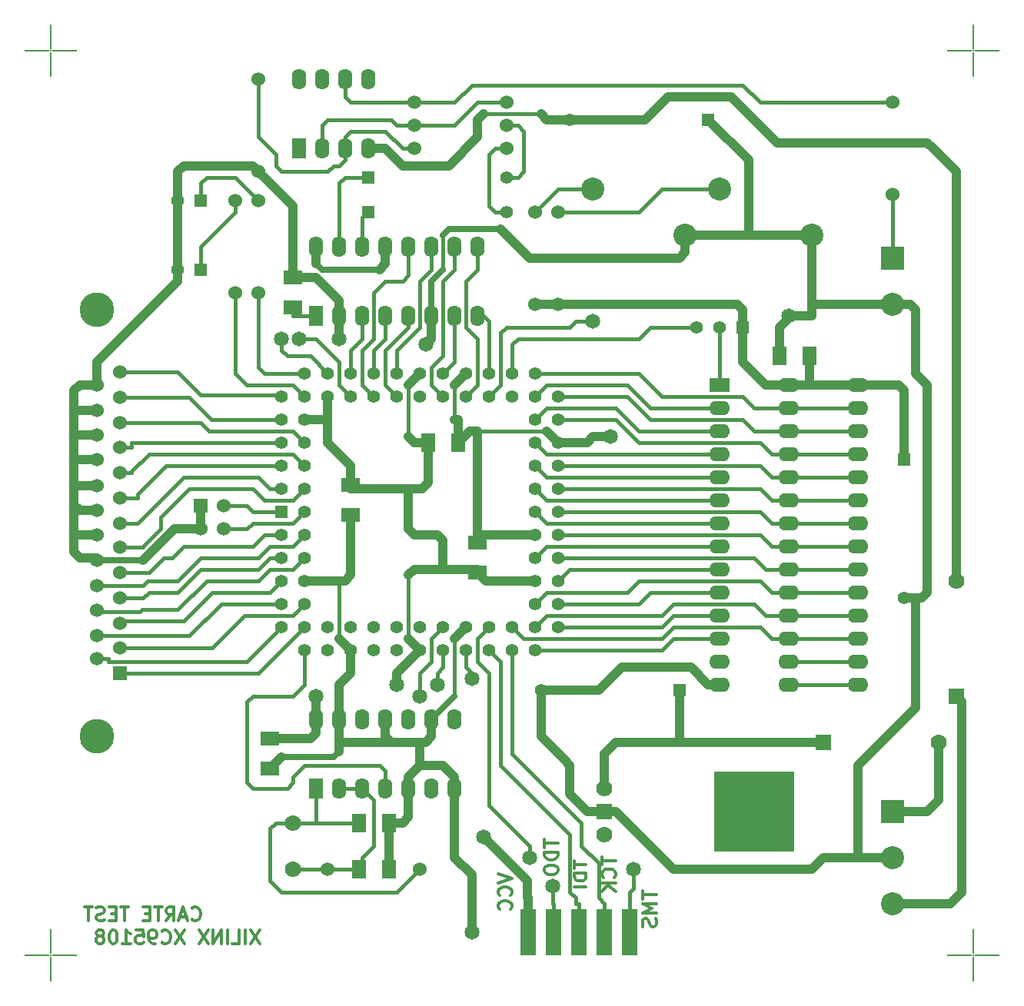
<source format=gbl>
G04 (created by PCBNEW-RS274X (2012-apr-16-27)-stable) date Втр 01 Янв 2013 22:40:23*
G01*
G70*
G90*
%MOIN*%
G04 Gerber Fmt 3.4, Leading zero omitted, Abs format*
%FSLAX34Y34*%
G04 APERTURE LIST*
%ADD10C,0.006000*%
%ADD11C,0.012000*%
%ADD12R,0.090000X0.062000*%
%ADD13O,0.090000X0.062000*%
%ADD14R,0.110000X0.010000*%
%ADD15R,0.010000X0.110000*%
%ADD16C,0.010000*%
%ADD17R,0.090000X0.010000*%
%ADD18R,0.070000X0.200000*%
%ADD19R,0.100000X0.100000*%
%ADD20C,0.100000*%
%ADD21C,0.060000*%
%ADD22C,0.070000*%
%ADD23R,0.070000X0.070000*%
%ADD24R,0.055000X0.055000*%
%ADD25C,0.055000*%
%ADD26R,0.062000X0.090000*%
%ADD27O,0.062000X0.090000*%
%ADD28R,0.060000X0.060000*%
%ADD29R,0.060000X0.080000*%
%ADD30R,0.080000X0.060000*%
%ADD31R,0.350000X0.350000*%
%ADD32C,0.150000*%
%ADD33C,0.065000*%
%ADD34C,0.040000*%
%ADD35C,0.017000*%
%ADD36C,0.025000*%
G04 APERTURE END LIST*
G54D10*
G54D11*
X46320Y-52393D02*
X45920Y-52993D01*
X45920Y-52393D02*
X46320Y-52993D01*
X45692Y-52993D02*
X45692Y-52393D01*
X45120Y-52993D02*
X45406Y-52993D01*
X45406Y-52393D01*
X44920Y-52993D02*
X44920Y-52393D01*
X44634Y-52993D02*
X44634Y-52393D01*
X44291Y-52993D01*
X44291Y-52393D01*
X44062Y-52393D02*
X43662Y-52993D01*
X43662Y-52393D02*
X44062Y-52993D01*
X43034Y-52393D02*
X42634Y-52993D01*
X42634Y-52393D02*
X43034Y-52993D01*
X42063Y-52936D02*
X42092Y-52964D01*
X42178Y-52993D01*
X42235Y-52993D01*
X42320Y-52964D01*
X42378Y-52907D01*
X42406Y-52850D01*
X42435Y-52736D01*
X42435Y-52650D01*
X42406Y-52536D01*
X42378Y-52479D01*
X42320Y-52421D01*
X42235Y-52393D01*
X42178Y-52393D01*
X42092Y-52421D01*
X42063Y-52450D01*
X41778Y-52993D02*
X41663Y-52993D01*
X41606Y-52964D01*
X41578Y-52936D01*
X41520Y-52850D01*
X41492Y-52736D01*
X41492Y-52507D01*
X41520Y-52450D01*
X41549Y-52421D01*
X41606Y-52393D01*
X41720Y-52393D01*
X41778Y-52421D01*
X41806Y-52450D01*
X41835Y-52507D01*
X41835Y-52650D01*
X41806Y-52707D01*
X41778Y-52736D01*
X41720Y-52764D01*
X41606Y-52764D01*
X41549Y-52736D01*
X41520Y-52707D01*
X41492Y-52650D01*
X40949Y-52393D02*
X41235Y-52393D01*
X41264Y-52679D01*
X41235Y-52650D01*
X41178Y-52621D01*
X41035Y-52621D01*
X40978Y-52650D01*
X40949Y-52679D01*
X40921Y-52736D01*
X40921Y-52879D01*
X40949Y-52936D01*
X40978Y-52964D01*
X41035Y-52993D01*
X41178Y-52993D01*
X41235Y-52964D01*
X41264Y-52936D01*
X40350Y-52993D02*
X40693Y-52993D01*
X40521Y-52993D02*
X40521Y-52393D01*
X40578Y-52479D01*
X40636Y-52536D01*
X40693Y-52564D01*
X39979Y-52393D02*
X39922Y-52393D01*
X39865Y-52421D01*
X39836Y-52450D01*
X39807Y-52507D01*
X39779Y-52621D01*
X39779Y-52764D01*
X39807Y-52879D01*
X39836Y-52936D01*
X39865Y-52964D01*
X39922Y-52993D01*
X39979Y-52993D01*
X40036Y-52964D01*
X40065Y-52936D01*
X40093Y-52879D01*
X40122Y-52764D01*
X40122Y-52621D01*
X40093Y-52507D01*
X40065Y-52450D01*
X40036Y-52421D01*
X39979Y-52393D01*
X39436Y-52650D02*
X39494Y-52621D01*
X39522Y-52593D01*
X39551Y-52536D01*
X39551Y-52507D01*
X39522Y-52450D01*
X39494Y-52421D01*
X39436Y-52393D01*
X39322Y-52393D01*
X39265Y-52421D01*
X39236Y-52450D01*
X39208Y-52507D01*
X39208Y-52536D01*
X39236Y-52593D01*
X39265Y-52621D01*
X39322Y-52650D01*
X39436Y-52650D01*
X39494Y-52679D01*
X39522Y-52707D01*
X39551Y-52764D01*
X39551Y-52879D01*
X39522Y-52936D01*
X39494Y-52964D01*
X39436Y-52993D01*
X39322Y-52993D01*
X39265Y-52964D01*
X39236Y-52936D01*
X39208Y-52879D01*
X39208Y-52764D01*
X39236Y-52707D01*
X39265Y-52679D01*
X39322Y-52650D01*
X62893Y-50700D02*
X62893Y-51043D01*
X63493Y-50872D02*
X62893Y-50872D01*
X63493Y-51243D02*
X62893Y-51243D01*
X63321Y-51443D01*
X62893Y-51643D01*
X63493Y-51643D01*
X63464Y-51900D02*
X63493Y-51986D01*
X63493Y-52129D01*
X63464Y-52186D01*
X63436Y-52215D01*
X63379Y-52243D01*
X63321Y-52243D01*
X63264Y-52215D01*
X63236Y-52186D01*
X63207Y-52129D01*
X63179Y-52015D01*
X63150Y-51957D01*
X63121Y-51929D01*
X63064Y-51900D01*
X63007Y-51900D01*
X62950Y-51929D01*
X62921Y-51957D01*
X62893Y-52015D01*
X62893Y-52157D01*
X62921Y-52243D01*
X61143Y-49229D02*
X61143Y-49572D01*
X61743Y-49401D02*
X61143Y-49401D01*
X61686Y-50115D02*
X61714Y-50086D01*
X61743Y-50000D01*
X61743Y-49943D01*
X61714Y-49858D01*
X61657Y-49800D01*
X61600Y-49772D01*
X61486Y-49743D01*
X61400Y-49743D01*
X61286Y-49772D01*
X61229Y-49800D01*
X61171Y-49858D01*
X61143Y-49943D01*
X61143Y-50000D01*
X61171Y-50086D01*
X61200Y-50115D01*
X61743Y-50372D02*
X61143Y-50372D01*
X61743Y-50715D02*
X61400Y-50458D01*
X61143Y-50715D02*
X61486Y-50372D01*
X59952Y-49386D02*
X59952Y-49729D01*
X60452Y-49558D02*
X59952Y-49558D01*
X60452Y-49929D02*
X59952Y-49929D01*
X59952Y-50072D01*
X59976Y-50157D01*
X60024Y-50215D01*
X60071Y-50243D01*
X60167Y-50272D01*
X60238Y-50272D01*
X60333Y-50243D01*
X60381Y-50215D01*
X60429Y-50157D01*
X60452Y-50072D01*
X60452Y-49929D01*
X60452Y-50529D02*
X59952Y-50529D01*
X58643Y-48464D02*
X58643Y-48807D01*
X59243Y-48636D02*
X58643Y-48636D01*
X59243Y-49007D02*
X58643Y-49007D01*
X58643Y-49150D01*
X58671Y-49235D01*
X58729Y-49293D01*
X58786Y-49321D01*
X58900Y-49350D01*
X58986Y-49350D01*
X59100Y-49321D01*
X59157Y-49293D01*
X59214Y-49235D01*
X59243Y-49150D01*
X59243Y-49007D01*
X58643Y-49721D02*
X58643Y-49835D01*
X58671Y-49893D01*
X58729Y-49950D01*
X58843Y-49978D01*
X59043Y-49978D01*
X59157Y-49950D01*
X59214Y-49893D01*
X59243Y-49835D01*
X59243Y-49721D01*
X59214Y-49664D01*
X59157Y-49607D01*
X59043Y-49578D01*
X58843Y-49578D01*
X58729Y-49607D01*
X58671Y-49664D01*
X58643Y-49721D01*
X56643Y-49950D02*
X57243Y-50150D01*
X56643Y-50350D01*
X57186Y-50893D02*
X57214Y-50864D01*
X57243Y-50778D01*
X57243Y-50721D01*
X57214Y-50636D01*
X57157Y-50578D01*
X57100Y-50550D01*
X56986Y-50521D01*
X56900Y-50521D01*
X56786Y-50550D01*
X56729Y-50578D01*
X56671Y-50636D01*
X56643Y-50721D01*
X56643Y-50778D01*
X56671Y-50864D01*
X56700Y-50893D01*
X57186Y-51493D02*
X57214Y-51464D01*
X57243Y-51378D01*
X57243Y-51321D01*
X57214Y-51236D01*
X57157Y-51178D01*
X57100Y-51150D01*
X56986Y-51121D01*
X56900Y-51121D01*
X56786Y-51150D01*
X56729Y-51178D01*
X56671Y-51236D01*
X56643Y-51321D01*
X56643Y-51378D01*
X56671Y-51464D01*
X56700Y-51493D01*
X43363Y-51936D02*
X43392Y-51964D01*
X43478Y-51993D01*
X43535Y-51993D01*
X43620Y-51964D01*
X43678Y-51907D01*
X43706Y-51850D01*
X43735Y-51736D01*
X43735Y-51650D01*
X43706Y-51536D01*
X43678Y-51479D01*
X43620Y-51421D01*
X43535Y-51393D01*
X43478Y-51393D01*
X43392Y-51421D01*
X43363Y-51450D01*
X43135Y-51821D02*
X42849Y-51821D01*
X43192Y-51993D02*
X42992Y-51393D01*
X42792Y-51993D01*
X42249Y-51993D02*
X42449Y-51707D01*
X42592Y-51993D02*
X42592Y-51393D01*
X42364Y-51393D01*
X42306Y-51421D01*
X42278Y-51450D01*
X42249Y-51507D01*
X42249Y-51593D01*
X42278Y-51650D01*
X42306Y-51679D01*
X42364Y-51707D01*
X42592Y-51707D01*
X42078Y-51393D02*
X41735Y-51393D01*
X41906Y-51993D02*
X41906Y-51393D01*
X41535Y-51679D02*
X41335Y-51679D01*
X41249Y-51993D02*
X41535Y-51993D01*
X41535Y-51393D01*
X41249Y-51393D01*
X40621Y-51393D02*
X40278Y-51393D01*
X40449Y-51993D02*
X40449Y-51393D01*
X40078Y-51679D02*
X39878Y-51679D01*
X39792Y-51993D02*
X40078Y-51993D01*
X40078Y-51393D01*
X39792Y-51393D01*
X39564Y-51964D02*
X39478Y-51993D01*
X39335Y-51993D01*
X39278Y-51964D01*
X39249Y-51936D01*
X39221Y-51879D01*
X39221Y-51821D01*
X39249Y-51764D01*
X39278Y-51736D01*
X39335Y-51707D01*
X39449Y-51679D01*
X39507Y-51650D01*
X39535Y-51621D01*
X39564Y-51564D01*
X39564Y-51507D01*
X39535Y-51450D01*
X39507Y-51421D01*
X39449Y-51393D01*
X39307Y-51393D01*
X39221Y-51421D01*
X39050Y-51393D02*
X38707Y-51393D01*
X38878Y-51993D02*
X38878Y-51393D01*
G54D12*
X66250Y-28750D03*
G54D13*
X66250Y-29750D03*
X66250Y-30750D03*
X66250Y-31750D03*
X66250Y-32750D03*
X66250Y-33750D03*
X66250Y-34750D03*
X66250Y-35750D03*
X66250Y-36750D03*
X66250Y-37750D03*
X66250Y-38750D03*
X66250Y-39750D03*
X66250Y-40750D03*
X66250Y-41750D03*
X72250Y-41750D03*
X72250Y-40750D03*
X72250Y-39750D03*
X72250Y-38750D03*
X72250Y-37750D03*
X72250Y-36750D03*
X72250Y-35750D03*
X72250Y-34750D03*
X72250Y-33750D03*
X72250Y-32750D03*
X72250Y-31750D03*
X72250Y-30750D03*
X72250Y-29750D03*
X72250Y-28750D03*
X69250Y-41750D03*
X69250Y-40750D03*
X69250Y-39750D03*
X69250Y-38750D03*
X69250Y-37750D03*
X69250Y-36750D03*
X69250Y-35750D03*
X69250Y-34750D03*
X69250Y-33750D03*
X69250Y-32750D03*
X69250Y-31750D03*
X69250Y-30750D03*
X69250Y-29750D03*
X69250Y-28750D03*
G54D14*
X36650Y-14250D03*
G54D15*
X37250Y-13650D03*
G54D16*
X37250Y-14250D03*
G54D17*
X36650Y-14250D03*
G54D15*
X37250Y-14850D03*
G54D14*
X37850Y-14250D03*
X76650Y-14250D03*
G54D15*
X77250Y-13650D03*
G54D16*
X77250Y-14250D03*
G54D17*
X76650Y-14250D03*
G54D15*
X77250Y-14850D03*
G54D14*
X77850Y-14250D03*
X76650Y-53500D03*
G54D15*
X77250Y-52900D03*
G54D16*
X77250Y-53500D03*
G54D17*
X76650Y-53500D03*
G54D15*
X77250Y-54100D03*
G54D14*
X77850Y-53500D03*
X36650Y-53500D03*
G54D15*
X37250Y-52900D03*
G54D16*
X37250Y-53500D03*
G54D17*
X36650Y-53500D03*
G54D15*
X37250Y-54100D03*
G54D14*
X37850Y-53500D03*
G54D18*
X59050Y-52500D03*
X60150Y-52500D03*
X61250Y-52500D03*
X62350Y-52500D03*
X57950Y-52500D03*
G54D19*
X73750Y-47250D03*
G54D20*
X73750Y-49250D03*
X73750Y-51250D03*
G54D21*
X46250Y-15500D03*
X46250Y-19500D03*
X53000Y-16500D03*
X57000Y-16500D03*
X73750Y-20500D03*
X73750Y-16500D03*
X53000Y-18500D03*
X57000Y-18500D03*
X53000Y-17500D03*
X57000Y-17500D03*
G54D22*
X76500Y-37250D03*
G54D23*
X76500Y-42250D03*
G54D24*
X65750Y-17250D03*
G54D25*
X59750Y-17250D03*
G54D24*
X51000Y-19750D03*
G54D25*
X57000Y-19750D03*
G54D26*
X48000Y-18500D03*
G54D27*
X49000Y-18500D03*
X50000Y-18500D03*
X51000Y-18500D03*
X51000Y-15500D03*
X50000Y-15500D03*
X49000Y-15500D03*
X48000Y-15500D03*
G54D28*
X43750Y-34000D03*
G54D21*
X44750Y-34000D03*
X43750Y-35000D03*
X44750Y-35000D03*
X59250Y-25250D03*
X59250Y-21250D03*
X58250Y-25250D03*
X58250Y-21250D03*
X45250Y-20750D03*
X45250Y-24750D03*
X46250Y-20750D03*
X46250Y-24750D03*
G54D24*
X43750Y-23750D03*
G54D25*
X42750Y-23750D03*
G54D24*
X43750Y-20750D03*
G54D25*
X42750Y-20750D03*
G54D19*
X73750Y-23250D03*
G54D20*
X73750Y-25250D03*
G54D29*
X50600Y-47750D03*
X51900Y-47750D03*
X53600Y-31250D03*
X54900Y-31250D03*
G54D30*
X55750Y-36900D03*
X55750Y-35600D03*
X50250Y-33100D03*
X50250Y-34400D03*
G54D29*
X70150Y-27500D03*
X68850Y-27500D03*
G54D30*
X46750Y-44100D03*
X46750Y-45400D03*
X47750Y-25400D03*
X47750Y-24100D03*
G54D29*
X50600Y-49750D03*
X51900Y-49750D03*
G54D24*
X67250Y-26250D03*
G54D25*
X66250Y-26250D03*
X65250Y-26250D03*
G54D21*
X49250Y-49750D03*
X53250Y-49750D03*
G54D31*
X67750Y-47250D03*
G54D22*
X61250Y-46250D03*
G54D23*
X61250Y-47250D03*
G54D22*
X61250Y-48250D03*
X47750Y-47750D03*
X47750Y-49750D03*
G54D32*
X39250Y-25500D03*
X39250Y-44000D03*
G54D28*
X40250Y-41250D03*
G54D21*
X40250Y-40150D03*
X40250Y-39100D03*
X40250Y-38000D03*
X40250Y-36900D03*
X40250Y-35800D03*
X40250Y-34750D03*
X40250Y-33650D03*
X40250Y-32550D03*
X40250Y-31450D03*
X40250Y-30400D03*
X40250Y-29300D03*
X40250Y-28200D03*
X39250Y-40630D03*
X39250Y-39630D03*
X39250Y-38530D03*
X39250Y-37450D03*
X39250Y-36370D03*
X39250Y-35270D03*
X39250Y-34190D03*
X39250Y-33110D03*
X39250Y-31990D03*
X39250Y-30930D03*
X39250Y-29850D03*
X39250Y-28750D03*
G54D22*
X75750Y-44250D03*
G54D23*
X70750Y-44250D03*
G54D24*
X51000Y-21250D03*
G54D25*
X57000Y-21250D03*
G54D24*
X64500Y-42000D03*
G54D25*
X58500Y-42000D03*
G54D24*
X74250Y-32000D03*
G54D25*
X74250Y-38000D03*
G54D26*
X48750Y-25750D03*
G54D27*
X49750Y-25750D03*
X50750Y-25750D03*
X51750Y-25750D03*
X52750Y-25750D03*
X53750Y-25750D03*
X54750Y-25750D03*
X55750Y-25750D03*
X55750Y-22750D03*
X54750Y-22750D03*
X53750Y-22750D03*
X52750Y-22750D03*
X51750Y-22750D03*
X50750Y-22750D03*
X49750Y-22750D03*
X48750Y-22750D03*
G54D26*
X48750Y-46250D03*
G54D27*
X49750Y-46250D03*
X50750Y-46250D03*
X51750Y-46250D03*
X52750Y-46250D03*
X53750Y-46250D03*
X54750Y-46250D03*
X54750Y-43250D03*
X53750Y-43250D03*
X52750Y-43250D03*
X51750Y-43250D03*
X50750Y-43250D03*
X49750Y-43250D03*
X48750Y-43250D03*
G54D24*
X47250Y-34250D03*
G54D25*
X48250Y-34250D03*
X47250Y-35250D03*
X48250Y-35250D03*
X47250Y-36250D03*
X48250Y-36250D03*
X47250Y-37250D03*
X48250Y-37250D03*
X47250Y-38250D03*
X48250Y-38250D03*
X47250Y-39250D03*
X48250Y-40250D03*
X48250Y-39250D03*
X49250Y-40250D03*
X49250Y-39250D03*
X50250Y-40250D03*
X50250Y-39250D03*
X51250Y-40250D03*
X51250Y-39250D03*
X52250Y-40250D03*
X52250Y-39250D03*
X53250Y-40250D03*
X53250Y-39250D03*
X54250Y-40250D03*
X54250Y-39250D03*
X55250Y-40250D03*
X55250Y-39250D03*
X56250Y-40250D03*
X56250Y-39250D03*
X57250Y-40250D03*
X57250Y-39250D03*
X58250Y-40250D03*
X59250Y-39250D03*
X58250Y-39250D03*
X59250Y-38250D03*
X58250Y-38250D03*
X59250Y-37250D03*
X58250Y-37250D03*
X59250Y-36250D03*
X58250Y-36250D03*
X59250Y-35250D03*
X58250Y-35250D03*
X59250Y-34250D03*
X58250Y-34250D03*
X59250Y-33250D03*
X58250Y-33250D03*
X59250Y-32250D03*
X58250Y-32250D03*
X59250Y-31250D03*
X58250Y-31250D03*
X59250Y-30250D03*
X58250Y-30250D03*
X59250Y-29250D03*
X58250Y-28250D03*
X58250Y-29250D03*
X57250Y-28250D03*
X57250Y-29250D03*
X56250Y-28250D03*
X56250Y-29250D03*
X55250Y-28250D03*
X55250Y-29250D03*
X54250Y-28250D03*
X54250Y-29250D03*
X53250Y-28250D03*
X53250Y-29250D03*
X52250Y-28250D03*
X52250Y-29250D03*
X51250Y-28250D03*
X51250Y-29250D03*
X50250Y-28250D03*
X50250Y-29250D03*
X49250Y-28250D03*
X49250Y-29250D03*
X48250Y-28250D03*
X47250Y-29250D03*
X48250Y-29250D03*
X47250Y-30250D03*
X48250Y-30250D03*
X47250Y-31250D03*
X48250Y-31250D03*
X47250Y-32250D03*
X48250Y-32250D03*
X47250Y-33250D03*
X48250Y-33250D03*
G54D20*
X66250Y-20250D03*
X70250Y-22250D03*
X60750Y-20250D03*
X64750Y-22250D03*
G54D33*
X55500Y-52500D03*
X49750Y-26750D03*
X69250Y-25750D03*
X61500Y-31000D03*
X53500Y-27000D03*
X55500Y-41500D03*
X53250Y-42250D03*
X54000Y-41750D03*
X47250Y-26750D03*
X48000Y-26750D03*
X59000Y-50500D03*
X60750Y-26000D03*
X62500Y-49750D03*
X58000Y-49250D03*
X48750Y-42250D03*
X56000Y-48350D03*
X52250Y-41750D03*
G54D34*
X64500Y-44250D02*
X61750Y-44250D01*
X66750Y-44250D02*
X70750Y-44250D01*
X61250Y-44750D02*
X61250Y-46250D01*
X61750Y-44250D02*
X61250Y-44750D01*
X64500Y-42000D02*
X64500Y-44250D01*
X66750Y-44250D02*
X64500Y-44250D01*
G54D35*
X56000Y-17000D02*
X58500Y-17000D01*
G54D34*
X55750Y-18000D02*
X55750Y-17250D01*
X52500Y-19250D02*
X54500Y-19250D01*
X76500Y-19500D02*
X75500Y-18500D01*
X54500Y-19250D02*
X55750Y-18000D01*
X59750Y-17250D02*
X63000Y-17250D01*
X58750Y-17250D02*
X59750Y-17250D01*
X66750Y-16250D02*
X68750Y-18250D01*
X63000Y-17250D02*
X64000Y-16250D01*
X58500Y-17000D02*
X58750Y-17250D01*
X64000Y-16250D02*
X66750Y-16250D01*
X51750Y-18500D02*
X52500Y-19250D01*
X75250Y-18250D02*
X75500Y-18500D01*
X55750Y-17250D02*
X56000Y-17000D01*
X76500Y-37250D02*
X76500Y-19500D01*
X51000Y-18500D02*
X51750Y-18500D01*
X68750Y-18250D02*
X75250Y-18250D01*
G54D35*
X68250Y-36750D02*
X67750Y-36250D01*
X71250Y-36750D02*
X72250Y-36750D01*
X69250Y-36750D02*
X68250Y-36750D01*
X59250Y-36250D02*
X67750Y-36250D01*
X71250Y-36750D02*
X69250Y-36750D01*
X51250Y-26750D02*
X51250Y-24750D01*
X51250Y-29250D02*
X50750Y-28750D01*
X52750Y-24000D02*
X52750Y-22750D01*
X51250Y-24750D02*
X51750Y-24250D01*
X52500Y-24250D02*
X52750Y-24000D01*
X50750Y-28750D02*
X50750Y-27250D01*
X51750Y-24250D02*
X52500Y-24250D01*
X50750Y-27250D02*
X51250Y-26750D01*
X52250Y-27250D02*
X52250Y-28250D01*
X53250Y-24250D02*
X53250Y-26250D01*
X52250Y-27250D02*
X53250Y-26250D01*
X53750Y-22750D02*
X53750Y-23750D01*
X53250Y-24250D02*
X53750Y-23750D01*
X50750Y-25750D02*
X50750Y-26750D01*
X50250Y-27250D02*
X50250Y-28250D01*
X50750Y-26750D02*
X50250Y-27250D01*
X51250Y-27250D02*
X51750Y-26750D01*
X51750Y-26750D02*
X51750Y-25750D01*
X51250Y-28250D02*
X51250Y-27250D01*
X54750Y-22750D02*
X54750Y-23750D01*
X54750Y-23750D02*
X54250Y-24250D01*
X53750Y-28750D02*
X54250Y-29250D01*
X54250Y-27500D02*
X54250Y-24250D01*
X53750Y-28000D02*
X53750Y-28750D01*
X53750Y-28000D02*
X54250Y-27500D01*
X55750Y-23750D02*
X55250Y-24250D01*
X55250Y-29250D02*
X55750Y-28750D01*
X55750Y-22750D02*
X55750Y-23750D01*
X55750Y-28750D02*
X55750Y-26750D01*
X55750Y-26750D02*
X55250Y-26250D01*
X55250Y-24250D02*
X55250Y-26250D01*
X56000Y-25750D02*
X55750Y-25750D01*
X56250Y-26000D02*
X56000Y-25750D01*
X56250Y-28250D02*
X56250Y-26000D01*
X54750Y-25750D02*
X54750Y-27750D01*
X54750Y-27750D02*
X54250Y-28250D01*
X51750Y-28750D02*
X51750Y-27250D01*
X52250Y-29250D02*
X51750Y-28750D01*
X52750Y-26250D02*
X52750Y-25750D01*
X51750Y-27250D02*
X52750Y-26250D01*
G54D34*
X46250Y-19500D02*
X47750Y-21000D01*
X43000Y-19250D02*
X46000Y-19250D01*
X46000Y-19250D02*
X46250Y-19500D01*
X75250Y-37750D02*
X75000Y-38000D01*
X67500Y-19000D02*
X67500Y-22250D01*
X74750Y-42750D02*
X74750Y-38000D01*
X58750Y-30750D02*
X59250Y-31250D01*
X55500Y-50000D02*
X54750Y-49250D01*
X47750Y-21000D02*
X47750Y-24100D01*
X42750Y-23750D02*
X42750Y-20750D01*
X75000Y-38000D02*
X74750Y-38000D01*
X55500Y-52500D02*
X55500Y-50000D01*
X39250Y-30930D02*
X38250Y-30930D01*
X41250Y-36370D02*
X42620Y-35000D01*
X42620Y-35000D02*
X43750Y-35000D01*
G54D36*
X39250Y-36370D02*
X41250Y-36370D01*
G54D34*
X38250Y-35270D02*
X38250Y-35250D01*
X39250Y-35270D02*
X38250Y-35270D01*
X38250Y-36000D02*
X38500Y-36250D01*
X38500Y-36250D02*
X39250Y-36250D01*
X39250Y-36250D02*
X39250Y-36370D01*
X38250Y-35250D02*
X38250Y-36000D01*
X38250Y-34000D02*
X38250Y-35250D01*
X38250Y-33110D02*
X38250Y-33000D01*
X39250Y-33110D02*
X38250Y-33110D01*
X38250Y-31990D02*
X38250Y-32000D01*
X39250Y-31990D02*
X38250Y-31990D01*
X38250Y-30930D02*
X38250Y-31000D01*
X43750Y-35000D02*
X43750Y-34000D01*
X62000Y-41000D02*
X64750Y-41000D01*
X61250Y-47250D02*
X61750Y-47250D01*
X54900Y-31250D02*
X55400Y-30750D01*
X64250Y-49750D02*
X70250Y-49750D01*
X58250Y-35250D02*
X55750Y-35250D01*
X70250Y-49750D02*
X70750Y-49250D01*
X50250Y-40250D02*
X49750Y-39750D01*
X70750Y-49250D02*
X72250Y-49250D01*
X53750Y-26750D02*
X53750Y-25750D01*
X72250Y-45250D02*
X72250Y-49250D01*
X74750Y-42750D02*
X72250Y-45250D01*
G54D36*
X72250Y-45250D02*
X72250Y-49250D01*
G54D34*
X60500Y-47250D02*
X59750Y-46500D01*
X59750Y-46500D02*
X59750Y-45250D01*
X61250Y-47250D02*
X60500Y-47250D01*
X61000Y-42000D02*
X62000Y-41000D01*
X54750Y-49250D02*
X54750Y-46250D01*
X64750Y-41000D02*
X65000Y-41000D01*
X65000Y-41000D02*
X65750Y-41750D01*
X65750Y-41750D02*
X66250Y-41750D01*
X58500Y-42000D02*
X61000Y-42000D01*
X68850Y-26250D02*
X69250Y-25850D01*
X69250Y-25850D02*
X69250Y-25750D01*
X68850Y-27500D02*
X68850Y-26250D01*
X52750Y-45750D02*
X53250Y-45250D01*
X53750Y-44000D02*
X53750Y-43250D01*
X52000Y-44250D02*
X52250Y-44250D01*
X51750Y-44000D02*
X52000Y-44250D01*
X51750Y-43250D02*
X51750Y-44000D01*
G54D35*
X54750Y-39750D02*
X54750Y-42250D01*
G54D34*
X55250Y-39250D02*
X54750Y-39750D01*
X51900Y-49750D02*
X51900Y-47750D01*
X52500Y-47750D02*
X52750Y-47500D01*
X52750Y-47500D02*
X52750Y-46250D01*
X51900Y-47750D02*
X52500Y-47750D01*
X53250Y-45250D02*
X54250Y-45250D01*
X54250Y-45250D02*
X54750Y-45750D01*
X54750Y-45750D02*
X54750Y-46250D01*
X53500Y-44250D02*
X53750Y-44000D01*
X52750Y-46250D02*
X52750Y-45750D01*
X58500Y-42000D02*
X58500Y-44000D01*
X58500Y-44000D02*
X59500Y-45000D01*
X59500Y-45000D02*
X59750Y-45250D01*
X72250Y-49250D02*
X73750Y-49250D01*
X64250Y-49750D02*
X61750Y-47250D01*
X54900Y-31250D02*
X54900Y-30250D01*
X54750Y-28750D02*
X55250Y-28250D01*
G54D35*
X54750Y-30250D02*
X54750Y-28750D01*
G54D34*
X47750Y-24100D02*
X48750Y-24100D01*
X49750Y-25100D02*
X49750Y-25750D01*
X48750Y-24100D02*
X49750Y-25100D01*
X64750Y-22250D02*
X67500Y-22250D01*
X38500Y-28750D02*
X39250Y-28750D01*
X38250Y-29000D02*
X38500Y-28750D01*
X38250Y-33940D02*
X38250Y-34000D01*
X38250Y-34000D02*
X38250Y-33000D01*
X38250Y-33000D02*
X38250Y-32000D01*
X38250Y-32000D02*
X38250Y-31000D01*
X38250Y-31000D02*
X38250Y-30000D01*
X38250Y-30000D02*
X38250Y-29000D01*
X38500Y-34190D02*
X38250Y-33940D01*
X46750Y-45400D02*
X47250Y-44900D01*
X50250Y-40250D02*
X50250Y-41250D01*
X49750Y-41750D02*
X49750Y-43250D01*
X50250Y-41250D02*
X49750Y-41750D01*
X49750Y-44250D02*
X52250Y-44250D01*
X54900Y-30250D02*
X54750Y-30250D01*
X39250Y-34190D02*
X38500Y-34190D01*
X49750Y-37250D02*
X48250Y-37250D01*
X50000Y-37250D02*
X49750Y-37250D01*
X50250Y-37000D02*
X50000Y-37250D01*
X50250Y-34400D02*
X50250Y-37000D01*
G54D36*
X49500Y-44900D02*
X49750Y-44650D01*
X47250Y-44900D02*
X49500Y-44900D01*
G54D34*
X49750Y-44250D02*
X49750Y-43250D01*
X49750Y-44650D02*
X49750Y-44250D01*
X53250Y-44250D02*
X53250Y-45250D01*
X53250Y-44250D02*
X53500Y-44250D01*
X52250Y-44250D02*
X53250Y-44250D01*
G54D36*
X53750Y-25750D02*
X53750Y-24250D01*
G54D34*
X67500Y-22250D02*
X70250Y-22250D01*
X64500Y-23250D02*
X64750Y-23000D01*
X58000Y-23250D02*
X64500Y-23250D01*
X56750Y-22000D02*
X58000Y-23250D01*
G54D36*
X54500Y-22000D02*
X56750Y-22000D01*
X54250Y-22250D02*
X54500Y-22000D01*
G54D35*
X54250Y-23750D02*
X54250Y-22250D01*
G54D36*
X53750Y-24250D02*
X54250Y-23750D01*
G54D34*
X49750Y-26750D02*
X49750Y-25750D01*
X64750Y-23000D02*
X64750Y-22250D01*
X38250Y-29850D02*
X38250Y-30000D01*
X69250Y-25750D02*
X70250Y-25750D01*
X59250Y-31250D02*
X60500Y-31250D01*
X60500Y-31250D02*
X60750Y-31000D01*
X60750Y-31000D02*
X61500Y-31000D01*
X39250Y-29850D02*
X38250Y-29850D01*
X42750Y-19500D02*
X43000Y-19250D01*
X75250Y-28750D02*
X75250Y-37750D01*
X55750Y-35600D02*
X55750Y-35250D01*
G54D35*
X49750Y-39750D02*
X49750Y-37250D01*
G54D34*
X55750Y-35250D02*
X55750Y-30750D01*
X39250Y-27750D02*
X42750Y-24250D01*
X42750Y-24250D02*
X42750Y-23750D01*
X39250Y-28750D02*
X39250Y-27750D01*
X55400Y-30750D02*
X55750Y-30750D01*
X74750Y-38000D02*
X74250Y-38000D01*
X42750Y-20750D02*
X42750Y-19500D01*
G54D35*
X55750Y-30750D02*
X58750Y-30750D01*
G54D34*
X73750Y-25250D02*
X70250Y-25250D01*
X65750Y-17250D02*
X67500Y-19000D01*
X70250Y-25250D02*
X70250Y-25750D01*
X70250Y-22250D02*
X70250Y-25250D01*
X74750Y-28250D02*
X75250Y-28750D01*
X53500Y-27000D02*
X53750Y-26750D01*
G54D36*
X53750Y-43250D02*
X54750Y-42250D01*
G54D34*
X74750Y-28250D02*
X74750Y-25500D01*
X74750Y-25500D02*
X74500Y-25250D01*
X74500Y-25250D02*
X73750Y-25250D01*
G54D35*
X45250Y-24750D02*
X45250Y-28250D01*
X45750Y-28750D02*
X45250Y-28250D01*
X45750Y-28750D02*
X47750Y-28750D01*
X47750Y-28750D02*
X48250Y-29250D01*
X46250Y-28000D02*
X46500Y-28250D01*
X46500Y-28250D02*
X48250Y-28250D01*
X46250Y-24750D02*
X46250Y-28000D01*
X64250Y-38750D02*
X66250Y-38750D01*
X63750Y-39250D02*
X64250Y-38750D01*
X59250Y-39250D02*
X63750Y-39250D01*
X58250Y-40250D02*
X63750Y-40250D01*
X63750Y-40250D02*
X64250Y-39750D01*
X64250Y-39750D02*
X66250Y-39750D01*
X55500Y-41250D02*
X55500Y-41500D01*
X55250Y-41000D02*
X55500Y-41250D01*
X55250Y-40250D02*
X55250Y-41000D01*
X53750Y-40750D02*
X53750Y-39750D01*
X53250Y-42250D02*
X53250Y-41250D01*
X53250Y-41250D02*
X53750Y-40750D01*
X69250Y-41750D02*
X72250Y-41750D01*
X53750Y-39750D02*
X54250Y-39250D01*
X72250Y-40750D02*
X69250Y-40750D01*
X54250Y-41000D02*
X54000Y-41250D01*
X54000Y-41250D02*
X54000Y-41750D01*
X54250Y-41000D02*
X54250Y-40250D01*
X63750Y-39750D02*
X64250Y-39250D01*
X69250Y-39750D02*
X68500Y-39750D01*
X64250Y-39250D02*
X68000Y-39250D01*
X71250Y-39750D02*
X69250Y-39750D01*
X71250Y-39750D02*
X72250Y-39750D01*
X57250Y-39250D02*
X57750Y-39750D01*
X68500Y-39750D02*
X68000Y-39250D01*
X57750Y-39750D02*
X63750Y-39750D01*
X58250Y-39250D02*
X58750Y-38750D01*
X69250Y-38750D02*
X68250Y-38750D01*
X71250Y-38750D02*
X69250Y-38750D01*
X71250Y-38750D02*
X72250Y-38750D01*
X63750Y-38750D02*
X64250Y-38250D01*
X64250Y-38250D02*
X67750Y-38250D01*
X58750Y-38750D02*
X63750Y-38750D01*
X68250Y-38750D02*
X67750Y-38250D01*
X68000Y-37250D02*
X67750Y-37250D01*
X62750Y-37250D02*
X67750Y-37250D01*
X58250Y-38250D02*
X58750Y-37750D01*
X68500Y-37750D02*
X68000Y-37250D01*
X58750Y-37750D02*
X62250Y-37750D01*
X62250Y-37750D02*
X62750Y-37250D01*
X71250Y-37750D02*
X72250Y-37750D01*
X69250Y-37750D02*
X68500Y-37750D01*
X71250Y-37750D02*
X69250Y-37750D01*
X62750Y-38250D02*
X63250Y-37750D01*
X63250Y-37750D02*
X66250Y-37750D01*
X59250Y-38250D02*
X62750Y-38250D01*
X59250Y-35250D02*
X68000Y-35250D01*
X71250Y-35750D02*
X72250Y-35750D01*
X71250Y-35750D02*
X69250Y-35750D01*
X69250Y-35750D02*
X68500Y-35750D01*
X68500Y-35750D02*
X68000Y-35250D01*
X69250Y-33750D02*
X68500Y-33750D01*
X59250Y-33250D02*
X68000Y-33250D01*
X68500Y-33750D02*
X68000Y-33250D01*
X71250Y-33750D02*
X72250Y-33750D01*
X69250Y-33750D02*
X71250Y-33750D01*
X58250Y-29250D02*
X58750Y-28750D01*
X63250Y-29750D02*
X66250Y-29750D01*
X62250Y-28750D02*
X63250Y-29750D01*
X58750Y-28750D02*
X62250Y-28750D01*
X63250Y-30250D02*
X67250Y-30250D01*
X62250Y-29250D02*
X59250Y-29250D01*
X67250Y-30250D02*
X67750Y-30750D01*
X62250Y-29250D02*
X63250Y-30250D01*
X69250Y-30750D02*
X72250Y-30750D01*
X69250Y-30750D02*
X67750Y-30750D01*
X62750Y-26750D02*
X63250Y-26250D01*
X57250Y-27000D02*
X57500Y-26750D01*
X63250Y-26250D02*
X65250Y-26250D01*
X57250Y-28250D02*
X57250Y-27000D01*
X57500Y-26750D02*
X62750Y-26750D01*
X59250Y-37250D02*
X59750Y-36750D01*
X59750Y-36750D02*
X66250Y-36750D01*
X58750Y-35750D02*
X66250Y-35750D01*
X58250Y-36250D02*
X58750Y-35750D01*
X58750Y-34750D02*
X66250Y-34750D01*
X58250Y-34250D02*
X58750Y-34750D01*
X58750Y-33750D02*
X58250Y-33250D01*
X66250Y-33750D02*
X58750Y-33750D01*
X58750Y-32750D02*
X58250Y-32250D01*
X66250Y-32750D02*
X58750Y-32750D01*
X58250Y-31250D02*
X58750Y-31750D01*
X58750Y-31750D02*
X66250Y-31750D01*
X61750Y-29750D02*
X58750Y-29750D01*
X62750Y-30750D02*
X61750Y-29750D01*
X66250Y-30750D02*
X62750Y-30750D01*
X58750Y-29750D02*
X58250Y-30250D01*
X69250Y-31750D02*
X71250Y-31750D01*
X59250Y-30250D02*
X61750Y-30250D01*
X69250Y-31750D02*
X68500Y-31750D01*
X62750Y-31250D02*
X68000Y-31250D01*
X71250Y-31750D02*
X72250Y-31750D01*
X68500Y-31750D02*
X68000Y-31250D01*
X61750Y-30250D02*
X62750Y-31250D01*
X68500Y-32750D02*
X68000Y-32250D01*
X59250Y-32250D02*
X68000Y-32250D01*
X69250Y-32750D02*
X68500Y-32750D01*
X69250Y-32750D02*
X71250Y-32750D01*
X71250Y-32750D02*
X72250Y-32750D01*
G54D34*
X76250Y-51250D02*
X73750Y-51250D01*
X76750Y-42500D02*
X76750Y-50750D01*
X76750Y-50750D02*
X76250Y-51250D01*
X76500Y-42250D02*
X76750Y-42500D01*
X73750Y-47250D02*
X75250Y-47250D01*
X75750Y-46750D02*
X75750Y-44250D01*
X75250Y-47250D02*
X75750Y-46750D01*
G54D35*
X50000Y-18000D02*
X50250Y-17750D01*
X47000Y-18750D02*
X47000Y-19250D01*
X50000Y-18500D02*
X50000Y-18000D01*
X49750Y-19250D02*
X50000Y-19000D01*
X49500Y-19250D02*
X49750Y-19250D01*
X47250Y-19500D02*
X49250Y-19500D01*
X46250Y-18000D02*
X47000Y-18750D01*
X50000Y-19000D02*
X50000Y-18500D01*
X51750Y-17750D02*
X52500Y-18500D01*
X50250Y-17750D02*
X51750Y-17750D01*
X47000Y-19250D02*
X47250Y-19500D01*
X49250Y-19500D02*
X49500Y-19250D01*
X46250Y-15500D02*
X46250Y-18000D01*
X52500Y-18500D02*
X53000Y-18500D01*
X67250Y-15750D02*
X68000Y-16500D01*
X50000Y-16250D02*
X50250Y-16500D01*
X50250Y-16500D02*
X53000Y-16500D01*
X73750Y-16500D02*
X68000Y-16500D01*
X55500Y-15750D02*
X67250Y-15750D01*
X55500Y-15750D02*
X54750Y-16500D01*
X54750Y-16500D02*
X53000Y-16500D01*
X50000Y-15500D02*
X50000Y-16250D01*
X52250Y-17500D02*
X53000Y-17500D01*
X55750Y-16500D02*
X57000Y-16500D01*
X54750Y-17500D02*
X55750Y-16500D01*
X49000Y-18500D02*
X49000Y-17500D01*
X53000Y-17500D02*
X54750Y-17500D01*
X49000Y-17500D02*
X49250Y-17250D01*
X49250Y-17250D02*
X52000Y-17250D01*
X52000Y-17250D02*
X52250Y-17500D01*
X57500Y-19750D02*
X57000Y-19750D01*
X57750Y-17750D02*
X57750Y-19500D01*
X57000Y-17500D02*
X57500Y-17500D01*
X57750Y-19500D02*
X57500Y-19750D01*
X57500Y-17500D02*
X57750Y-17750D01*
X73750Y-20500D02*
X73750Y-23250D01*
X57000Y-18500D02*
X56500Y-18500D01*
X56250Y-21000D02*
X56500Y-21250D01*
X56250Y-18750D02*
X56250Y-21000D01*
X56500Y-21250D02*
X57000Y-21250D01*
X56500Y-18500D02*
X56250Y-18750D01*
X49750Y-20000D02*
X49750Y-22750D01*
X50000Y-19750D02*
X49750Y-20000D01*
X51000Y-19750D02*
X50000Y-19750D01*
X43750Y-20000D02*
X44000Y-19750D01*
X43750Y-20750D02*
X43750Y-20000D01*
X46250Y-20750D02*
X45250Y-19750D01*
X44000Y-19750D02*
X45250Y-19750D01*
X43750Y-22750D02*
X45250Y-21250D01*
X43750Y-23750D02*
X43750Y-22750D01*
X45250Y-21250D02*
X45250Y-20750D01*
X66250Y-26250D02*
X66250Y-28750D01*
X49750Y-46250D02*
X50750Y-46250D01*
X50600Y-49750D02*
X49250Y-49750D01*
X51250Y-48750D02*
X50750Y-49250D01*
X50750Y-49250D02*
X50750Y-49750D01*
X50750Y-46250D02*
X51250Y-46750D01*
X50750Y-49750D02*
X50600Y-49750D01*
X49250Y-49750D02*
X47750Y-49750D01*
X51250Y-46750D02*
X51250Y-48750D01*
X47750Y-47750D02*
X48750Y-47750D01*
X47000Y-47750D02*
X47750Y-47750D01*
X48750Y-46250D02*
X48750Y-47750D01*
X46750Y-50250D02*
X46750Y-48000D01*
X47250Y-50750D02*
X46750Y-50250D01*
X52250Y-50750D02*
X47250Y-50750D01*
X48750Y-47750D02*
X50600Y-47750D01*
X46750Y-48000D02*
X47000Y-47750D01*
X53250Y-49750D02*
X52250Y-50750D01*
X50750Y-21500D02*
X51000Y-21250D01*
X50750Y-22750D02*
X50750Y-21500D01*
X47750Y-25400D02*
X47750Y-25750D01*
X47750Y-25750D02*
X48750Y-25750D01*
X71250Y-34750D02*
X72250Y-34750D01*
X69250Y-34750D02*
X68500Y-34750D01*
X59250Y-34250D02*
X68000Y-34250D01*
X68500Y-34750D02*
X68000Y-34250D01*
X71250Y-34750D02*
X69250Y-34750D01*
X45650Y-38750D02*
X47750Y-38750D01*
X47750Y-38750D02*
X48250Y-38250D01*
X44250Y-40150D02*
X45650Y-38750D01*
X40250Y-40150D02*
X44250Y-40150D01*
X44250Y-37750D02*
X46750Y-37750D01*
X46750Y-37750D02*
X47250Y-37250D01*
X44250Y-37750D02*
X43000Y-39000D01*
X40250Y-39000D02*
X40250Y-39100D01*
X43000Y-39000D02*
X40250Y-39000D01*
X42750Y-37750D02*
X43750Y-36750D01*
X43750Y-36750D02*
X46250Y-36750D01*
X41500Y-37750D02*
X42750Y-37750D01*
X41250Y-38000D02*
X41500Y-37750D01*
X46750Y-36250D02*
X47250Y-36250D01*
X46250Y-36750D02*
X46750Y-36250D01*
X40250Y-38000D02*
X41250Y-38000D01*
X42150Y-36250D02*
X42500Y-36250D01*
X41500Y-36900D02*
X42150Y-36250D01*
X42500Y-36250D02*
X43000Y-35750D01*
X46000Y-35750D02*
X46500Y-35250D01*
X46500Y-35250D02*
X47250Y-35250D01*
X40250Y-36900D02*
X41500Y-36900D01*
X43000Y-35750D02*
X46000Y-35750D01*
X46000Y-33250D02*
X46500Y-33750D01*
X46500Y-33750D02*
X47750Y-33750D01*
X47750Y-33750D02*
X48250Y-33250D01*
X41250Y-35800D02*
X41250Y-35750D01*
X42000Y-35000D02*
X42000Y-34500D01*
X41250Y-35750D02*
X42000Y-35000D01*
X40250Y-35800D02*
X41250Y-35800D01*
X42000Y-34500D02*
X43250Y-33250D01*
X43250Y-33250D02*
X46000Y-33250D01*
X40250Y-34750D02*
X41000Y-34750D01*
X41000Y-34750D02*
X43000Y-32750D01*
X46750Y-33250D02*
X47250Y-33250D01*
X46250Y-32750D02*
X46750Y-33250D01*
X43000Y-32750D02*
X46250Y-32750D01*
X41000Y-33650D02*
X41000Y-33500D01*
X42250Y-32250D02*
X47250Y-32250D01*
X41000Y-33500D02*
X42250Y-32250D01*
X40250Y-33650D02*
X41000Y-33650D01*
X47750Y-31750D02*
X48250Y-32250D01*
X41500Y-31750D02*
X47750Y-31750D01*
X40750Y-32550D02*
X40750Y-32500D01*
X40250Y-32550D02*
X40750Y-32550D01*
X40750Y-32500D02*
X41500Y-31750D01*
X40250Y-41250D02*
X46250Y-41250D01*
X46250Y-41250D02*
X48250Y-39250D01*
X43250Y-39630D02*
X44630Y-38250D01*
X44630Y-38250D02*
X47250Y-38250D01*
X39250Y-39630D02*
X43250Y-39630D01*
X39250Y-40630D02*
X39750Y-40630D01*
X39750Y-40630D02*
X39750Y-40750D01*
X45750Y-40750D02*
X47250Y-39250D01*
X39750Y-40750D02*
X45750Y-40750D01*
X47250Y-29200D02*
X47250Y-29250D01*
X43750Y-29200D02*
X47250Y-29200D01*
X42750Y-28200D02*
X43750Y-29200D01*
X40250Y-28200D02*
X42750Y-28200D01*
X43250Y-29300D02*
X44200Y-30250D01*
X44200Y-30250D02*
X47250Y-30250D01*
X40250Y-29300D02*
X43250Y-29300D01*
X43750Y-30400D02*
X44100Y-30750D01*
X44100Y-30750D02*
X47750Y-30750D01*
X40250Y-30400D02*
X43750Y-30400D01*
X47750Y-30750D02*
X48250Y-31250D01*
X40750Y-31450D02*
X40750Y-31250D01*
X40750Y-31250D02*
X47250Y-31250D01*
X40250Y-31450D02*
X40750Y-31450D01*
X41200Y-38500D02*
X42750Y-38500D01*
X46750Y-36750D02*
X47750Y-36750D01*
X47750Y-36750D02*
X48250Y-36250D01*
X41100Y-38600D02*
X41200Y-38500D01*
X46750Y-36750D02*
X46250Y-37250D01*
X42750Y-38500D02*
X44000Y-37250D01*
X44000Y-37250D02*
X46250Y-37250D01*
X39250Y-38530D02*
X39320Y-38600D01*
X39320Y-38600D02*
X41100Y-38600D01*
X42750Y-37250D02*
X43750Y-36250D01*
X41250Y-37450D02*
X41450Y-37250D01*
X47750Y-35750D02*
X48250Y-35250D01*
X39250Y-37450D02*
X41250Y-37450D01*
X46750Y-35750D02*
X47750Y-35750D01*
X46250Y-36250D02*
X46750Y-35750D01*
X41450Y-37250D02*
X42750Y-37250D01*
X43750Y-36250D02*
X46250Y-36250D01*
X44750Y-34000D02*
X45750Y-34000D01*
X46000Y-34250D02*
X47250Y-34250D01*
X45750Y-34000D02*
X46000Y-34250D01*
X45750Y-35000D02*
X46000Y-34750D01*
X44750Y-35000D02*
X45750Y-35000D01*
X47750Y-34750D02*
X48250Y-34250D01*
X46000Y-34750D02*
X47750Y-34750D01*
X69250Y-29750D02*
X72250Y-29750D01*
X63750Y-29250D02*
X62750Y-28250D01*
X67250Y-29250D02*
X67750Y-29750D01*
X62750Y-28250D02*
X58250Y-28250D01*
X67250Y-29250D02*
X63750Y-29250D01*
X69250Y-29750D02*
X67750Y-29750D01*
X47250Y-26750D02*
X47250Y-27250D01*
X47500Y-27500D02*
X48500Y-27500D01*
X48500Y-27500D02*
X49250Y-28250D01*
X47250Y-27250D02*
X47500Y-27500D01*
X58250Y-21250D02*
X59250Y-20250D01*
X59250Y-20250D02*
X60750Y-20250D01*
X62750Y-21250D02*
X63750Y-20250D01*
X59250Y-21250D02*
X62750Y-21250D01*
X48750Y-26750D02*
X48000Y-26750D01*
X49750Y-28750D02*
X49750Y-27750D01*
X50250Y-29250D02*
X49750Y-28750D01*
X63750Y-20250D02*
X66250Y-20250D01*
X49750Y-27750D02*
X48750Y-26750D01*
X60250Y-47750D02*
X57250Y-44750D01*
X61000Y-49500D02*
X61000Y-51000D01*
X60250Y-48750D02*
X61000Y-49500D01*
X60250Y-48250D02*
X60250Y-48500D01*
X60250Y-48500D02*
X60250Y-48750D01*
X57250Y-44750D02*
X57250Y-40250D01*
X60250Y-47750D02*
X60250Y-48250D01*
X61250Y-51250D02*
X61250Y-52500D01*
X61000Y-51000D02*
X61250Y-51250D01*
X60150Y-51250D02*
X60000Y-51250D01*
X59750Y-48250D02*
X59750Y-50750D01*
X56750Y-45250D02*
X59750Y-48250D01*
X56250Y-40250D02*
X56750Y-40750D01*
X56750Y-40750D02*
X56750Y-45250D01*
X60150Y-52500D02*
X60150Y-51250D01*
X59750Y-50750D02*
X60000Y-51000D01*
X60000Y-51000D02*
X60000Y-51250D01*
X56750Y-26500D02*
X56750Y-28750D01*
X59000Y-50500D02*
X59000Y-51250D01*
X59050Y-52500D02*
X59050Y-51250D01*
X56750Y-28750D02*
X56250Y-29250D01*
X57000Y-26250D02*
X59750Y-26250D01*
X56750Y-26500D02*
X57000Y-26250D01*
X60000Y-26000D02*
X60750Y-26000D01*
X59050Y-51250D02*
X59000Y-51250D01*
X59750Y-26250D02*
X60000Y-26000D01*
X56250Y-47000D02*
X58000Y-48750D01*
X56250Y-47000D02*
X56250Y-41250D01*
X62350Y-50750D02*
X62500Y-50600D01*
X55750Y-40750D02*
X55750Y-39750D01*
X62350Y-52500D02*
X62350Y-50750D01*
X62500Y-50600D02*
X62500Y-50500D01*
X55750Y-40750D02*
X56250Y-41250D01*
X58000Y-48750D02*
X58000Y-49250D01*
X56250Y-39250D02*
X55750Y-39750D01*
X62500Y-50500D02*
X62500Y-49750D01*
G54D34*
X46750Y-44100D02*
X48500Y-44100D01*
X67250Y-27750D02*
X68250Y-28750D01*
X67000Y-25250D02*
X67250Y-25500D01*
X56100Y-37250D02*
X58250Y-37250D01*
X48750Y-43850D02*
X48750Y-43250D01*
X48500Y-44100D02*
X48750Y-43850D01*
X55750Y-36750D02*
X55750Y-36900D01*
X54250Y-36750D02*
X55750Y-36750D01*
G54D35*
X52750Y-28750D02*
X52750Y-31000D01*
G54D34*
X48750Y-22750D02*
X48750Y-23500D01*
X67250Y-26250D02*
X67250Y-27750D01*
X70150Y-28750D02*
X70250Y-28750D01*
X50250Y-33250D02*
X50250Y-33100D01*
X55750Y-36900D02*
X56100Y-37250D01*
X70250Y-28750D02*
X72250Y-28750D01*
X69250Y-28750D02*
X70250Y-28750D01*
X57900Y-50250D02*
X56000Y-48350D01*
X57950Y-52500D02*
X57950Y-51000D01*
X57950Y-51000D02*
X57900Y-51000D01*
X57900Y-51000D02*
X57900Y-50250D01*
X51750Y-23500D02*
X51750Y-22750D01*
G54D35*
X52750Y-39750D02*
X52750Y-37000D01*
G54D34*
X72250Y-28750D02*
X74000Y-28750D01*
X74000Y-28750D02*
X74250Y-29000D01*
X68250Y-28750D02*
X69250Y-28750D01*
X70150Y-27500D02*
X70150Y-28750D01*
X53250Y-28250D02*
X52750Y-28750D01*
X74250Y-29000D02*
X74250Y-32000D01*
X48250Y-30250D02*
X49250Y-30250D01*
X48750Y-43250D02*
X48750Y-42250D01*
X52250Y-41250D02*
X52250Y-41750D01*
X53250Y-40250D02*
X52250Y-41250D01*
X49250Y-29250D02*
X49250Y-30250D01*
X53250Y-40250D02*
X52750Y-39750D01*
X53000Y-36750D02*
X54250Y-36750D01*
X52750Y-37000D02*
X53000Y-36750D01*
X58250Y-25250D02*
X59250Y-25250D01*
X59250Y-25250D02*
X67000Y-25250D01*
X67250Y-25500D02*
X67250Y-26250D01*
X52750Y-31000D02*
X53000Y-31250D01*
X53000Y-31250D02*
X53600Y-31250D01*
X52750Y-35000D02*
X53000Y-35250D01*
X69250Y-28750D02*
X69100Y-28750D01*
X53600Y-31250D02*
X53600Y-33000D01*
G54D36*
X48750Y-23500D02*
X49000Y-23750D01*
G54D34*
X53600Y-33000D02*
X53350Y-33250D01*
X52750Y-33250D02*
X50250Y-33250D01*
X51500Y-23750D02*
X51750Y-23500D01*
G54D36*
X49000Y-23750D02*
X51500Y-23750D01*
G54D34*
X49250Y-30250D02*
X49250Y-31250D01*
X50250Y-32250D02*
X50250Y-33250D01*
X49250Y-31250D02*
X50250Y-32250D01*
X52750Y-33250D02*
X52750Y-35000D01*
X54250Y-35500D02*
X54250Y-36750D01*
X54000Y-35250D02*
X54250Y-35500D01*
X53000Y-35250D02*
X54000Y-35250D01*
X53350Y-33250D02*
X52750Y-33250D01*
G54D35*
X48250Y-45250D02*
X47750Y-45750D01*
X46000Y-46250D02*
X45750Y-46000D01*
X47750Y-46000D02*
X47500Y-46250D01*
X47750Y-45750D02*
X47750Y-46000D01*
X51750Y-45500D02*
X51500Y-45250D01*
X47750Y-42250D02*
X48250Y-41750D01*
X48250Y-41750D02*
X48250Y-40250D01*
X45750Y-42500D02*
X46000Y-42250D01*
X51750Y-46250D02*
X51750Y-45500D01*
X51500Y-45250D02*
X48250Y-45250D01*
X46000Y-42250D02*
X47750Y-42250D01*
X45750Y-46000D02*
X45750Y-42500D01*
X47500Y-46250D02*
X46000Y-46250D01*
M02*

</source>
